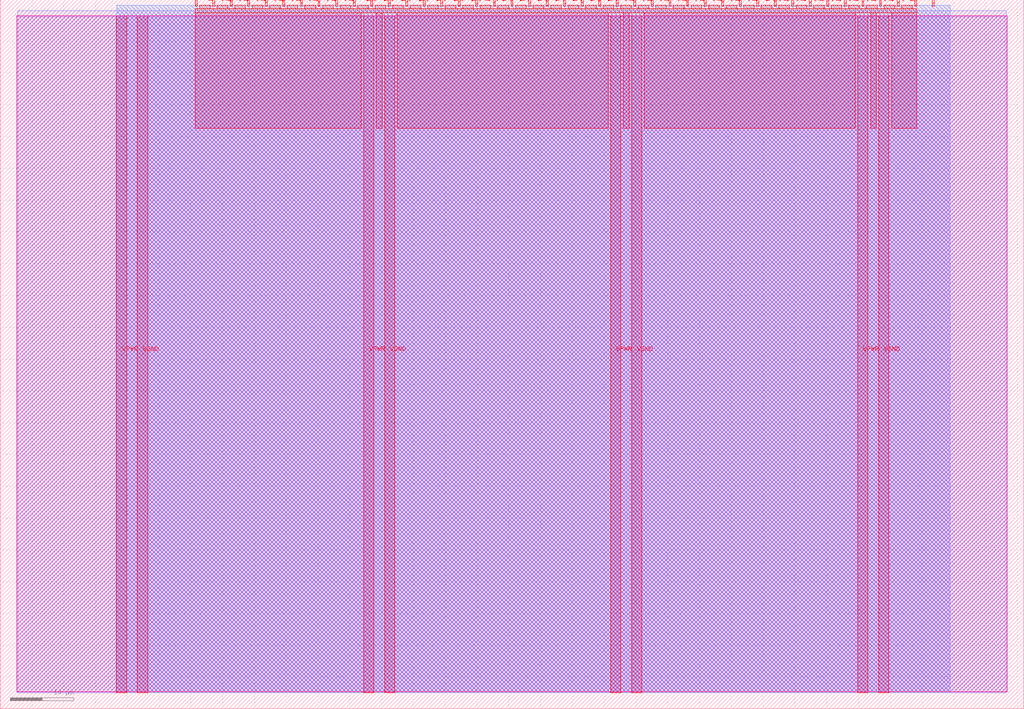
<source format=lef>
VERSION 5.7 ;
  NOWIREEXTENSIONATPIN ON ;
  DIVIDERCHAR "/" ;
  BUSBITCHARS "[]" ;
MACRO tt_um_flyingfish800
  CLASS BLOCK ;
  FOREIGN tt_um_flyingfish800 ;
  ORIGIN 0.000 0.000 ;
  SIZE 161.000 BY 111.520 ;
  PIN VGND
    DIRECTION INOUT ;
    USE GROUND ;
    PORT
      LAYER met4 ;
        RECT 21.580 2.480 23.180 109.040 ;
    END
    PORT
      LAYER met4 ;
        RECT 60.450 2.480 62.050 109.040 ;
    END
    PORT
      LAYER met4 ;
        RECT 99.320 2.480 100.920 109.040 ;
    END
    PORT
      LAYER met4 ;
        RECT 138.190 2.480 139.790 109.040 ;
    END
  END VGND
  PIN VPWR
    DIRECTION INOUT ;
    USE POWER ;
    PORT
      LAYER met4 ;
        RECT 18.280 2.480 19.880 109.040 ;
    END
    PORT
      LAYER met4 ;
        RECT 57.150 2.480 58.750 109.040 ;
    END
    PORT
      LAYER met4 ;
        RECT 96.020 2.480 97.620 109.040 ;
    END
    PORT
      LAYER met4 ;
        RECT 134.890 2.480 136.490 109.040 ;
    END
  END VPWR
  PIN clk
    DIRECTION INPUT ;
    USE SIGNAL ;
    ANTENNAGATEAREA 0.852000 ;
    PORT
      LAYER met4 ;
        RECT 143.830 110.520 144.130 111.520 ;
    END
  END clk
  PIN ena
    DIRECTION INPUT ;
    USE SIGNAL ;
    PORT
      LAYER met4 ;
        RECT 146.590 110.520 146.890 111.520 ;
    END
  END ena
  PIN rst_n
    DIRECTION INPUT ;
    USE SIGNAL ;
    ANTENNAGATEAREA 0.196500 ;
    PORT
      LAYER met4 ;
        RECT 141.070 110.520 141.370 111.520 ;
    END
  END rst_n
  PIN ui_in[0]
    DIRECTION INPUT ;
    USE SIGNAL ;
    ANTENNAGATEAREA 0.196500 ;
    PORT
      LAYER met4 ;
        RECT 138.310 110.520 138.610 111.520 ;
    END
  END ui_in[0]
  PIN ui_in[1]
    DIRECTION INPUT ;
    USE SIGNAL ;
    ANTENNAGATEAREA 0.196500 ;
    PORT
      LAYER met4 ;
        RECT 135.550 110.520 135.850 111.520 ;
    END
  END ui_in[1]
  PIN ui_in[2]
    DIRECTION INPUT ;
    USE SIGNAL ;
    ANTENNAGATEAREA 0.196500 ;
    PORT
      LAYER met4 ;
        RECT 132.790 110.520 133.090 111.520 ;
    END
  END ui_in[2]
  PIN ui_in[3]
    DIRECTION INPUT ;
    USE SIGNAL ;
    ANTENNAGATEAREA 0.196500 ;
    PORT
      LAYER met4 ;
        RECT 130.030 110.520 130.330 111.520 ;
    END
  END ui_in[3]
  PIN ui_in[4]
    DIRECTION INPUT ;
    USE SIGNAL ;
    ANTENNAGATEAREA 0.196500 ;
    PORT
      LAYER met4 ;
        RECT 127.270 110.520 127.570 111.520 ;
    END
  END ui_in[4]
  PIN ui_in[5]
    DIRECTION INPUT ;
    USE SIGNAL ;
    ANTENNAGATEAREA 0.196500 ;
    PORT
      LAYER met4 ;
        RECT 124.510 110.520 124.810 111.520 ;
    END
  END ui_in[5]
  PIN ui_in[6]
    DIRECTION INPUT ;
    USE SIGNAL ;
    ANTENNAGATEAREA 0.196500 ;
    PORT
      LAYER met4 ;
        RECT 121.750 110.520 122.050 111.520 ;
    END
  END ui_in[6]
  PIN ui_in[7]
    DIRECTION INPUT ;
    USE SIGNAL ;
    ANTENNAGATEAREA 0.196500 ;
    PORT
      LAYER met4 ;
        RECT 118.990 110.520 119.290 111.520 ;
    END
  END ui_in[7]
  PIN uio_in[0]
    DIRECTION INPUT ;
    USE SIGNAL ;
    PORT
      LAYER met4 ;
        RECT 116.230 110.520 116.530 111.520 ;
    END
  END uio_in[0]
  PIN uio_in[1]
    DIRECTION INPUT ;
    USE SIGNAL ;
    PORT
      LAYER met4 ;
        RECT 113.470 110.520 113.770 111.520 ;
    END
  END uio_in[1]
  PIN uio_in[2]
    DIRECTION INPUT ;
    USE SIGNAL ;
    PORT
      LAYER met4 ;
        RECT 110.710 110.520 111.010 111.520 ;
    END
  END uio_in[2]
  PIN uio_in[3]
    DIRECTION INPUT ;
    USE SIGNAL ;
    PORT
      LAYER met4 ;
        RECT 107.950 110.520 108.250 111.520 ;
    END
  END uio_in[3]
  PIN uio_in[4]
    DIRECTION INPUT ;
    USE SIGNAL ;
    PORT
      LAYER met4 ;
        RECT 105.190 110.520 105.490 111.520 ;
    END
  END uio_in[4]
  PIN uio_in[5]
    DIRECTION INPUT ;
    USE SIGNAL ;
    PORT
      LAYER met4 ;
        RECT 102.430 110.520 102.730 111.520 ;
    END
  END uio_in[5]
  PIN uio_in[6]
    DIRECTION INPUT ;
    USE SIGNAL ;
    PORT
      LAYER met4 ;
        RECT 99.670 110.520 99.970 111.520 ;
    END
  END uio_in[6]
  PIN uio_in[7]
    DIRECTION INPUT ;
    USE SIGNAL ;
    PORT
      LAYER met4 ;
        RECT 96.910 110.520 97.210 111.520 ;
    END
  END uio_in[7]
  PIN uio_oe[0]
    DIRECTION OUTPUT ;
    USE SIGNAL ;
    PORT
      LAYER met4 ;
        RECT 49.990 110.520 50.290 111.520 ;
    END
  END uio_oe[0]
  PIN uio_oe[1]
    DIRECTION OUTPUT ;
    USE SIGNAL ;
    PORT
      LAYER met4 ;
        RECT 47.230 110.520 47.530 111.520 ;
    END
  END uio_oe[1]
  PIN uio_oe[2]
    DIRECTION OUTPUT ;
    USE SIGNAL ;
    PORT
      LAYER met4 ;
        RECT 44.470 110.520 44.770 111.520 ;
    END
  END uio_oe[2]
  PIN uio_oe[3]
    DIRECTION OUTPUT ;
    USE SIGNAL ;
    PORT
      LAYER met4 ;
        RECT 41.710 110.520 42.010 111.520 ;
    END
  END uio_oe[3]
  PIN uio_oe[4]
    DIRECTION OUTPUT ;
    USE SIGNAL ;
    PORT
      LAYER met4 ;
        RECT 38.950 110.520 39.250 111.520 ;
    END
  END uio_oe[4]
  PIN uio_oe[5]
    DIRECTION OUTPUT ;
    USE SIGNAL ;
    PORT
      LAYER met4 ;
        RECT 36.190 110.520 36.490 111.520 ;
    END
  END uio_oe[5]
  PIN uio_oe[6]
    DIRECTION OUTPUT ;
    USE SIGNAL ;
    PORT
      LAYER met4 ;
        RECT 33.430 110.520 33.730 111.520 ;
    END
  END uio_oe[6]
  PIN uio_oe[7]
    DIRECTION OUTPUT ;
    USE SIGNAL ;
    PORT
      LAYER met4 ;
        RECT 30.670 110.520 30.970 111.520 ;
    END
  END uio_oe[7]
  PIN uio_out[0]
    DIRECTION OUTPUT ;
    USE SIGNAL ;
    ANTENNAGATEAREA 0.742500 ;
    ANTENNADIFFAREA 0.891000 ;
    PORT
      LAYER met4 ;
        RECT 72.070 110.520 72.370 111.520 ;
    END
  END uio_out[0]
  PIN uio_out[1]
    DIRECTION OUTPUT ;
    USE SIGNAL ;
    ANTENNAGATEAREA 0.868500 ;
    ANTENNADIFFAREA 0.891000 ;
    PORT
      LAYER met4 ;
        RECT 69.310 110.520 69.610 111.520 ;
    END
  END uio_out[1]
  PIN uio_out[2]
    DIRECTION OUTPUT ;
    USE SIGNAL ;
    ANTENNAGATEAREA 0.495000 ;
    ANTENNADIFFAREA 0.891000 ;
    PORT
      LAYER met4 ;
        RECT 66.550 110.520 66.850 111.520 ;
    END
  END uio_out[2]
  PIN uio_out[3]
    DIRECTION OUTPUT ;
    USE SIGNAL ;
    ANTENNAGATEAREA 1.489500 ;
    ANTENNADIFFAREA 0.891000 ;
    PORT
      LAYER met4 ;
        RECT 63.790 110.520 64.090 111.520 ;
    END
  END uio_out[3]
  PIN uio_out[4]
    DIRECTION OUTPUT ;
    USE SIGNAL ;
    ANTENNAGATEAREA 0.873000 ;
    ANTENNADIFFAREA 0.891000 ;
    PORT
      LAYER met4 ;
        RECT 61.030 110.520 61.330 111.520 ;
    END
  END uio_out[4]
  PIN uio_out[5]
    DIRECTION OUTPUT ;
    USE SIGNAL ;
    ANTENNAGATEAREA 0.499500 ;
    ANTENNADIFFAREA 0.891000 ;
    PORT
      LAYER met4 ;
        RECT 58.270 110.520 58.570 111.520 ;
    END
  END uio_out[5]
  PIN uio_out[6]
    DIRECTION OUTPUT ;
    USE SIGNAL ;
    ANTENNAGATEAREA 0.373500 ;
    ANTENNADIFFAREA 0.891000 ;
    PORT
      LAYER met4 ;
        RECT 55.510 110.520 55.810 111.520 ;
    END
  END uio_out[6]
  PIN uio_out[7]
    DIRECTION OUTPUT ;
    USE SIGNAL ;
    ANTENNAGATEAREA 0.495000 ;
    ANTENNADIFFAREA 0.891000 ;
    PORT
      LAYER met4 ;
        RECT 52.750 110.520 53.050 111.520 ;
    END
  END uio_out[7]
  PIN uo_out[0]
    DIRECTION OUTPUT ;
    USE SIGNAL ;
    ANTENNAGATEAREA 0.373500 ;
    ANTENNADIFFAREA 0.891000 ;
    PORT
      LAYER met4 ;
        RECT 94.150 110.520 94.450 111.520 ;
    END
  END uo_out[0]
  PIN uo_out[1]
    DIRECTION OUTPUT ;
    USE SIGNAL ;
    ANTENNAGATEAREA 0.373500 ;
    ANTENNADIFFAREA 0.891000 ;
    PORT
      LAYER met4 ;
        RECT 91.390 110.520 91.690 111.520 ;
    END
  END uo_out[1]
  PIN uo_out[2]
    DIRECTION OUTPUT ;
    USE SIGNAL ;
    ANTENNAGATEAREA 0.499500 ;
    ANTENNADIFFAREA 0.891000 ;
    PORT
      LAYER met4 ;
        RECT 88.630 110.520 88.930 111.520 ;
    END
  END uo_out[2]
  PIN uo_out[3]
    DIRECTION OUTPUT ;
    USE SIGNAL ;
    ANTENNAGATEAREA 0.621000 ;
    ANTENNADIFFAREA 0.891000 ;
    PORT
      LAYER met4 ;
        RECT 85.870 110.520 86.170 111.520 ;
    END
  END uo_out[3]
  PIN uo_out[4]
    DIRECTION OUTPUT ;
    USE SIGNAL ;
    ANTENNAGATEAREA 0.621000 ;
    ANTENNADIFFAREA 0.891000 ;
    PORT
      LAYER met4 ;
        RECT 83.110 110.520 83.410 111.520 ;
    END
  END uo_out[4]
  PIN uo_out[5]
    DIRECTION OUTPUT ;
    USE SIGNAL ;
    ANTENNAGATEAREA 0.621000 ;
    ANTENNADIFFAREA 0.891000 ;
    PORT
      LAYER met4 ;
        RECT 80.350 110.520 80.650 111.520 ;
    END
  END uo_out[5]
  PIN uo_out[6]
    DIRECTION OUTPUT ;
    USE SIGNAL ;
    ANTENNAGATEAREA 0.499500 ;
    ANTENNADIFFAREA 0.891000 ;
    PORT
      LAYER met4 ;
        RECT 77.590 110.520 77.890 111.520 ;
    END
  END uo_out[6]
  PIN uo_out[7]
    DIRECTION OUTPUT ;
    USE SIGNAL ;
    ANTENNAGATEAREA 0.621000 ;
    ANTENNADIFFAREA 0.891000 ;
    PORT
      LAYER met4 ;
        RECT 74.830 110.520 75.130 111.520 ;
    END
  END uo_out[7]
  OBS
      LAYER nwell ;
        RECT 2.570 2.635 158.430 108.990 ;
      LAYER li1 ;
        RECT 2.760 2.635 158.240 108.885 ;
      LAYER met1 ;
        RECT 2.760 2.480 158.240 109.780 ;
      LAYER met2 ;
        RECT 18.310 2.535 149.410 110.685 ;
      LAYER met3 ;
        RECT 18.290 2.555 149.435 110.665 ;
      LAYER met4 ;
        RECT 31.370 110.120 33.030 110.665 ;
        RECT 34.130 110.120 35.790 110.665 ;
        RECT 36.890 110.120 38.550 110.665 ;
        RECT 39.650 110.120 41.310 110.665 ;
        RECT 42.410 110.120 44.070 110.665 ;
        RECT 45.170 110.120 46.830 110.665 ;
        RECT 47.930 110.120 49.590 110.665 ;
        RECT 50.690 110.120 52.350 110.665 ;
        RECT 53.450 110.120 55.110 110.665 ;
        RECT 56.210 110.120 57.870 110.665 ;
        RECT 58.970 110.120 60.630 110.665 ;
        RECT 61.730 110.120 63.390 110.665 ;
        RECT 64.490 110.120 66.150 110.665 ;
        RECT 67.250 110.120 68.910 110.665 ;
        RECT 70.010 110.120 71.670 110.665 ;
        RECT 72.770 110.120 74.430 110.665 ;
        RECT 75.530 110.120 77.190 110.665 ;
        RECT 78.290 110.120 79.950 110.665 ;
        RECT 81.050 110.120 82.710 110.665 ;
        RECT 83.810 110.120 85.470 110.665 ;
        RECT 86.570 110.120 88.230 110.665 ;
        RECT 89.330 110.120 90.990 110.665 ;
        RECT 92.090 110.120 93.750 110.665 ;
        RECT 94.850 110.120 96.510 110.665 ;
        RECT 97.610 110.120 99.270 110.665 ;
        RECT 100.370 110.120 102.030 110.665 ;
        RECT 103.130 110.120 104.790 110.665 ;
        RECT 105.890 110.120 107.550 110.665 ;
        RECT 108.650 110.120 110.310 110.665 ;
        RECT 111.410 110.120 113.070 110.665 ;
        RECT 114.170 110.120 115.830 110.665 ;
        RECT 116.930 110.120 118.590 110.665 ;
        RECT 119.690 110.120 121.350 110.665 ;
        RECT 122.450 110.120 124.110 110.665 ;
        RECT 125.210 110.120 126.870 110.665 ;
        RECT 127.970 110.120 129.630 110.665 ;
        RECT 130.730 110.120 132.390 110.665 ;
        RECT 133.490 110.120 135.150 110.665 ;
        RECT 136.250 110.120 137.910 110.665 ;
        RECT 139.010 110.120 140.670 110.665 ;
        RECT 141.770 110.120 143.430 110.665 ;
        RECT 30.655 109.440 144.145 110.120 ;
        RECT 30.655 91.295 56.750 109.440 ;
        RECT 59.150 91.295 60.050 109.440 ;
        RECT 62.450 91.295 95.620 109.440 ;
        RECT 98.020 91.295 98.920 109.440 ;
        RECT 101.320 91.295 134.490 109.440 ;
        RECT 136.890 91.295 137.790 109.440 ;
        RECT 140.190 91.295 144.145 109.440 ;
  END
END tt_um_flyingfish800
END LIBRARY


</source>
